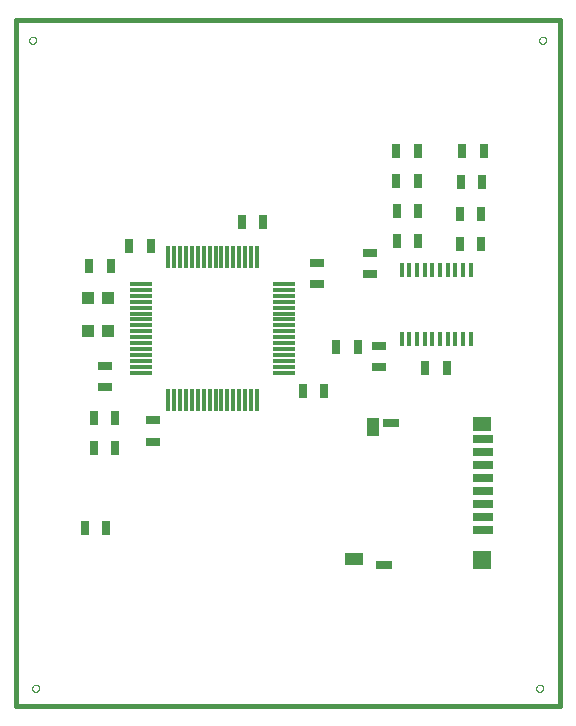
<source format=gbp>
G75*
%MOIN*%
%OFA0B0*%
%FSLAX25Y25*%
%IPPOS*%
%LPD*%
%AMOC8*
5,1,8,0,0,1.08239X$1,22.5*
%
%ADD10C,0.00000*%
%ADD11C,0.01600*%
%ADD12R,0.04724X0.03150*%
%ADD13R,0.03150X0.04724*%
%ADD14R,0.01575X0.04724*%
%ADD15R,0.04331X0.03937*%
%ADD16R,0.06102X0.03937*%
%ADD17R,0.05512X0.03150*%
%ADD18R,0.05906X0.05906*%
%ADD19R,0.06890X0.02756*%
%ADD20R,0.05906X0.05118*%
%ADD21R,0.03937X0.06102*%
%ADD22R,0.01181X0.07724*%
%ADD23R,0.07724X0.01181*%
D10*
X0001900Y0002100D02*
X0001900Y0230801D01*
X0001900Y0231100D02*
X0183071Y0231100D01*
X0183071Y0002100D01*
X0001900Y0002100D01*
X0007219Y0008100D02*
X0007221Y0008169D01*
X0007227Y0008237D01*
X0007237Y0008305D01*
X0007251Y0008372D01*
X0007269Y0008439D01*
X0007290Y0008504D01*
X0007316Y0008568D01*
X0007345Y0008630D01*
X0007377Y0008690D01*
X0007413Y0008749D01*
X0007453Y0008805D01*
X0007495Y0008859D01*
X0007541Y0008910D01*
X0007590Y0008959D01*
X0007641Y0009005D01*
X0007695Y0009047D01*
X0007751Y0009087D01*
X0007809Y0009123D01*
X0007870Y0009155D01*
X0007932Y0009184D01*
X0007996Y0009210D01*
X0008061Y0009231D01*
X0008128Y0009249D01*
X0008195Y0009263D01*
X0008263Y0009273D01*
X0008331Y0009279D01*
X0008400Y0009281D01*
X0008469Y0009279D01*
X0008537Y0009273D01*
X0008605Y0009263D01*
X0008672Y0009249D01*
X0008739Y0009231D01*
X0008804Y0009210D01*
X0008868Y0009184D01*
X0008930Y0009155D01*
X0008990Y0009123D01*
X0009049Y0009087D01*
X0009105Y0009047D01*
X0009159Y0009005D01*
X0009210Y0008959D01*
X0009259Y0008910D01*
X0009305Y0008859D01*
X0009347Y0008805D01*
X0009387Y0008749D01*
X0009423Y0008690D01*
X0009455Y0008630D01*
X0009484Y0008568D01*
X0009510Y0008504D01*
X0009531Y0008439D01*
X0009549Y0008372D01*
X0009563Y0008305D01*
X0009573Y0008237D01*
X0009579Y0008169D01*
X0009581Y0008100D01*
X0009579Y0008031D01*
X0009573Y0007963D01*
X0009563Y0007895D01*
X0009549Y0007828D01*
X0009531Y0007761D01*
X0009510Y0007696D01*
X0009484Y0007632D01*
X0009455Y0007570D01*
X0009423Y0007509D01*
X0009387Y0007451D01*
X0009347Y0007395D01*
X0009305Y0007341D01*
X0009259Y0007290D01*
X0009210Y0007241D01*
X0009159Y0007195D01*
X0009105Y0007153D01*
X0009049Y0007113D01*
X0008991Y0007077D01*
X0008930Y0007045D01*
X0008868Y0007016D01*
X0008804Y0006990D01*
X0008739Y0006969D01*
X0008672Y0006951D01*
X0008605Y0006937D01*
X0008537Y0006927D01*
X0008469Y0006921D01*
X0008400Y0006919D01*
X0008331Y0006921D01*
X0008263Y0006927D01*
X0008195Y0006937D01*
X0008128Y0006951D01*
X0008061Y0006969D01*
X0007996Y0006990D01*
X0007932Y0007016D01*
X0007870Y0007045D01*
X0007809Y0007077D01*
X0007751Y0007113D01*
X0007695Y0007153D01*
X0007641Y0007195D01*
X0007590Y0007241D01*
X0007541Y0007290D01*
X0007495Y0007341D01*
X0007453Y0007395D01*
X0007413Y0007451D01*
X0007377Y0007509D01*
X0007345Y0007570D01*
X0007316Y0007632D01*
X0007290Y0007696D01*
X0007269Y0007761D01*
X0007251Y0007828D01*
X0007237Y0007895D01*
X0007227Y0007963D01*
X0007221Y0008031D01*
X0007219Y0008100D01*
X0175219Y0008100D02*
X0175221Y0008169D01*
X0175227Y0008237D01*
X0175237Y0008305D01*
X0175251Y0008372D01*
X0175269Y0008439D01*
X0175290Y0008504D01*
X0175316Y0008568D01*
X0175345Y0008630D01*
X0175377Y0008690D01*
X0175413Y0008749D01*
X0175453Y0008805D01*
X0175495Y0008859D01*
X0175541Y0008910D01*
X0175590Y0008959D01*
X0175641Y0009005D01*
X0175695Y0009047D01*
X0175751Y0009087D01*
X0175809Y0009123D01*
X0175870Y0009155D01*
X0175932Y0009184D01*
X0175996Y0009210D01*
X0176061Y0009231D01*
X0176128Y0009249D01*
X0176195Y0009263D01*
X0176263Y0009273D01*
X0176331Y0009279D01*
X0176400Y0009281D01*
X0176469Y0009279D01*
X0176537Y0009273D01*
X0176605Y0009263D01*
X0176672Y0009249D01*
X0176739Y0009231D01*
X0176804Y0009210D01*
X0176868Y0009184D01*
X0176930Y0009155D01*
X0176990Y0009123D01*
X0177049Y0009087D01*
X0177105Y0009047D01*
X0177159Y0009005D01*
X0177210Y0008959D01*
X0177259Y0008910D01*
X0177305Y0008859D01*
X0177347Y0008805D01*
X0177387Y0008749D01*
X0177423Y0008690D01*
X0177455Y0008630D01*
X0177484Y0008568D01*
X0177510Y0008504D01*
X0177531Y0008439D01*
X0177549Y0008372D01*
X0177563Y0008305D01*
X0177573Y0008237D01*
X0177579Y0008169D01*
X0177581Y0008100D01*
X0177579Y0008031D01*
X0177573Y0007963D01*
X0177563Y0007895D01*
X0177549Y0007828D01*
X0177531Y0007761D01*
X0177510Y0007696D01*
X0177484Y0007632D01*
X0177455Y0007570D01*
X0177423Y0007509D01*
X0177387Y0007451D01*
X0177347Y0007395D01*
X0177305Y0007341D01*
X0177259Y0007290D01*
X0177210Y0007241D01*
X0177159Y0007195D01*
X0177105Y0007153D01*
X0177049Y0007113D01*
X0176991Y0007077D01*
X0176930Y0007045D01*
X0176868Y0007016D01*
X0176804Y0006990D01*
X0176739Y0006969D01*
X0176672Y0006951D01*
X0176605Y0006937D01*
X0176537Y0006927D01*
X0176469Y0006921D01*
X0176400Y0006919D01*
X0176331Y0006921D01*
X0176263Y0006927D01*
X0176195Y0006937D01*
X0176128Y0006951D01*
X0176061Y0006969D01*
X0175996Y0006990D01*
X0175932Y0007016D01*
X0175870Y0007045D01*
X0175809Y0007077D01*
X0175751Y0007113D01*
X0175695Y0007153D01*
X0175641Y0007195D01*
X0175590Y0007241D01*
X0175541Y0007290D01*
X0175495Y0007341D01*
X0175453Y0007395D01*
X0175413Y0007451D01*
X0175377Y0007509D01*
X0175345Y0007570D01*
X0175316Y0007632D01*
X0175290Y0007696D01*
X0175269Y0007761D01*
X0175251Y0007828D01*
X0175237Y0007895D01*
X0175227Y0007963D01*
X0175221Y0008031D01*
X0175219Y0008100D01*
X0176219Y0224100D02*
X0176221Y0224169D01*
X0176227Y0224237D01*
X0176237Y0224305D01*
X0176251Y0224372D01*
X0176269Y0224439D01*
X0176290Y0224504D01*
X0176316Y0224568D01*
X0176345Y0224630D01*
X0176377Y0224690D01*
X0176413Y0224749D01*
X0176453Y0224805D01*
X0176495Y0224859D01*
X0176541Y0224910D01*
X0176590Y0224959D01*
X0176641Y0225005D01*
X0176695Y0225047D01*
X0176751Y0225087D01*
X0176809Y0225123D01*
X0176870Y0225155D01*
X0176932Y0225184D01*
X0176996Y0225210D01*
X0177061Y0225231D01*
X0177128Y0225249D01*
X0177195Y0225263D01*
X0177263Y0225273D01*
X0177331Y0225279D01*
X0177400Y0225281D01*
X0177469Y0225279D01*
X0177537Y0225273D01*
X0177605Y0225263D01*
X0177672Y0225249D01*
X0177739Y0225231D01*
X0177804Y0225210D01*
X0177868Y0225184D01*
X0177930Y0225155D01*
X0177990Y0225123D01*
X0178049Y0225087D01*
X0178105Y0225047D01*
X0178159Y0225005D01*
X0178210Y0224959D01*
X0178259Y0224910D01*
X0178305Y0224859D01*
X0178347Y0224805D01*
X0178387Y0224749D01*
X0178423Y0224690D01*
X0178455Y0224630D01*
X0178484Y0224568D01*
X0178510Y0224504D01*
X0178531Y0224439D01*
X0178549Y0224372D01*
X0178563Y0224305D01*
X0178573Y0224237D01*
X0178579Y0224169D01*
X0178581Y0224100D01*
X0178579Y0224031D01*
X0178573Y0223963D01*
X0178563Y0223895D01*
X0178549Y0223828D01*
X0178531Y0223761D01*
X0178510Y0223696D01*
X0178484Y0223632D01*
X0178455Y0223570D01*
X0178423Y0223509D01*
X0178387Y0223451D01*
X0178347Y0223395D01*
X0178305Y0223341D01*
X0178259Y0223290D01*
X0178210Y0223241D01*
X0178159Y0223195D01*
X0178105Y0223153D01*
X0178049Y0223113D01*
X0177991Y0223077D01*
X0177930Y0223045D01*
X0177868Y0223016D01*
X0177804Y0222990D01*
X0177739Y0222969D01*
X0177672Y0222951D01*
X0177605Y0222937D01*
X0177537Y0222927D01*
X0177469Y0222921D01*
X0177400Y0222919D01*
X0177331Y0222921D01*
X0177263Y0222927D01*
X0177195Y0222937D01*
X0177128Y0222951D01*
X0177061Y0222969D01*
X0176996Y0222990D01*
X0176932Y0223016D01*
X0176870Y0223045D01*
X0176809Y0223077D01*
X0176751Y0223113D01*
X0176695Y0223153D01*
X0176641Y0223195D01*
X0176590Y0223241D01*
X0176541Y0223290D01*
X0176495Y0223341D01*
X0176453Y0223395D01*
X0176413Y0223451D01*
X0176377Y0223509D01*
X0176345Y0223570D01*
X0176316Y0223632D01*
X0176290Y0223696D01*
X0176269Y0223761D01*
X0176251Y0223828D01*
X0176237Y0223895D01*
X0176227Y0223963D01*
X0176221Y0224031D01*
X0176219Y0224100D01*
X0006219Y0224100D02*
X0006221Y0224169D01*
X0006227Y0224237D01*
X0006237Y0224305D01*
X0006251Y0224372D01*
X0006269Y0224439D01*
X0006290Y0224504D01*
X0006316Y0224568D01*
X0006345Y0224630D01*
X0006377Y0224690D01*
X0006413Y0224749D01*
X0006453Y0224805D01*
X0006495Y0224859D01*
X0006541Y0224910D01*
X0006590Y0224959D01*
X0006641Y0225005D01*
X0006695Y0225047D01*
X0006751Y0225087D01*
X0006809Y0225123D01*
X0006870Y0225155D01*
X0006932Y0225184D01*
X0006996Y0225210D01*
X0007061Y0225231D01*
X0007128Y0225249D01*
X0007195Y0225263D01*
X0007263Y0225273D01*
X0007331Y0225279D01*
X0007400Y0225281D01*
X0007469Y0225279D01*
X0007537Y0225273D01*
X0007605Y0225263D01*
X0007672Y0225249D01*
X0007739Y0225231D01*
X0007804Y0225210D01*
X0007868Y0225184D01*
X0007930Y0225155D01*
X0007990Y0225123D01*
X0008049Y0225087D01*
X0008105Y0225047D01*
X0008159Y0225005D01*
X0008210Y0224959D01*
X0008259Y0224910D01*
X0008305Y0224859D01*
X0008347Y0224805D01*
X0008387Y0224749D01*
X0008423Y0224690D01*
X0008455Y0224630D01*
X0008484Y0224568D01*
X0008510Y0224504D01*
X0008531Y0224439D01*
X0008549Y0224372D01*
X0008563Y0224305D01*
X0008573Y0224237D01*
X0008579Y0224169D01*
X0008581Y0224100D01*
X0008579Y0224031D01*
X0008573Y0223963D01*
X0008563Y0223895D01*
X0008549Y0223828D01*
X0008531Y0223761D01*
X0008510Y0223696D01*
X0008484Y0223632D01*
X0008455Y0223570D01*
X0008423Y0223509D01*
X0008387Y0223451D01*
X0008347Y0223395D01*
X0008305Y0223341D01*
X0008259Y0223290D01*
X0008210Y0223241D01*
X0008159Y0223195D01*
X0008105Y0223153D01*
X0008049Y0223113D01*
X0007991Y0223077D01*
X0007930Y0223045D01*
X0007868Y0223016D01*
X0007804Y0222990D01*
X0007739Y0222969D01*
X0007672Y0222951D01*
X0007605Y0222937D01*
X0007537Y0222927D01*
X0007469Y0222921D01*
X0007400Y0222919D01*
X0007331Y0222921D01*
X0007263Y0222927D01*
X0007195Y0222937D01*
X0007128Y0222951D01*
X0007061Y0222969D01*
X0006996Y0222990D01*
X0006932Y0223016D01*
X0006870Y0223045D01*
X0006809Y0223077D01*
X0006751Y0223113D01*
X0006695Y0223153D01*
X0006641Y0223195D01*
X0006590Y0223241D01*
X0006541Y0223290D01*
X0006495Y0223341D01*
X0006453Y0223395D01*
X0006413Y0223451D01*
X0006377Y0223509D01*
X0006345Y0223570D01*
X0006316Y0223632D01*
X0006290Y0223696D01*
X0006269Y0223761D01*
X0006251Y0223828D01*
X0006237Y0223895D01*
X0006227Y0223963D01*
X0006221Y0224031D01*
X0006219Y0224100D01*
D11*
X0001900Y0230900D02*
X0001900Y0002100D01*
X0183200Y0002100D01*
X0183200Y0230900D01*
X0001900Y0230900D01*
D12*
X0031400Y0115643D03*
X0031400Y0108557D03*
X0047400Y0097393D03*
X0047400Y0090307D03*
X0102050Y0142857D03*
X0102050Y0149943D03*
X0119900Y0153143D03*
X0119900Y0146057D03*
X0122900Y0122143D03*
X0122900Y0115057D03*
D13*
X0115743Y0121750D03*
X0108657Y0121750D03*
X0104643Y0107300D03*
X0097557Y0107300D03*
X0128857Y0157100D03*
X0135943Y0157100D03*
X0135943Y0167100D03*
X0128857Y0167100D03*
X0128607Y0177350D03*
X0135693Y0177350D03*
X0135693Y0187350D03*
X0128607Y0187350D03*
X0149857Y0166100D03*
X0156943Y0166100D03*
X0157193Y0176850D03*
X0150107Y0176850D03*
X0150607Y0187350D03*
X0157693Y0187350D03*
X0156943Y0156100D03*
X0149857Y0156100D03*
X0145443Y0114850D03*
X0138357Y0114850D03*
X0084243Y0163450D03*
X0077157Y0163450D03*
X0046693Y0155600D03*
X0039607Y0155600D03*
X0033443Y0148850D03*
X0026357Y0148850D03*
X0027857Y0098100D03*
X0034943Y0098100D03*
X0034943Y0088100D03*
X0027857Y0088100D03*
X0024757Y0061700D03*
X0031843Y0061700D03*
D14*
X0130384Y0124683D03*
X0132943Y0124683D03*
X0135502Y0124683D03*
X0138061Y0124683D03*
X0140620Y0124683D03*
X0143180Y0124683D03*
X0145739Y0124683D03*
X0148298Y0124683D03*
X0150857Y0124683D03*
X0153416Y0124683D03*
X0153416Y0147517D03*
X0150857Y0147517D03*
X0148298Y0147517D03*
X0145739Y0147517D03*
X0143180Y0147517D03*
X0140620Y0147517D03*
X0138061Y0147517D03*
X0135502Y0147517D03*
X0132943Y0147517D03*
X0130384Y0147517D03*
D15*
X0032446Y0138100D03*
X0025754Y0138100D03*
X0025754Y0127100D03*
X0032446Y0127100D03*
D16*
X0114601Y0051067D03*
D17*
X0124365Y0049334D03*
X0126884Y0096421D03*
D18*
X0157042Y0050830D03*
D19*
X0157632Y0060712D03*
X0157593Y0065082D03*
X0157593Y0069413D03*
X0157593Y0073744D03*
X0157593Y0078074D03*
X0157593Y0082405D03*
X0157593Y0086736D03*
X0157593Y0091067D03*
D20*
X0157081Y0096106D03*
D21*
X0120861Y0095122D03*
D22*
X0082164Y0104281D03*
X0080195Y0104281D03*
X0078227Y0104281D03*
X0076258Y0104281D03*
X0074290Y0104281D03*
X0072321Y0104281D03*
X0070353Y0104281D03*
X0068384Y0104281D03*
X0066416Y0104281D03*
X0064447Y0104281D03*
X0062479Y0104281D03*
X0060510Y0104281D03*
X0058542Y0104281D03*
X0056573Y0104281D03*
X0054605Y0104281D03*
X0052636Y0104281D03*
X0052636Y0151919D03*
X0054605Y0151919D03*
X0056573Y0151919D03*
X0058542Y0151919D03*
X0060510Y0151919D03*
X0062479Y0151919D03*
X0064447Y0151919D03*
X0066416Y0151919D03*
X0068384Y0151919D03*
X0070353Y0151919D03*
X0072321Y0151919D03*
X0074290Y0151919D03*
X0076258Y0151919D03*
X0078227Y0151919D03*
X0080195Y0151919D03*
X0082164Y0151919D03*
D23*
X0091219Y0142864D03*
X0091219Y0140895D03*
X0091219Y0138927D03*
X0091219Y0136958D03*
X0091219Y0134990D03*
X0091219Y0133021D03*
X0091219Y0131053D03*
X0091219Y0129084D03*
X0091219Y0127116D03*
X0091219Y0125147D03*
X0091219Y0123179D03*
X0091219Y0121210D03*
X0091219Y0119242D03*
X0091219Y0117273D03*
X0091219Y0115305D03*
X0091219Y0113336D03*
X0043581Y0113336D03*
X0043581Y0115305D03*
X0043581Y0117273D03*
X0043581Y0119242D03*
X0043581Y0121210D03*
X0043581Y0123179D03*
X0043581Y0125147D03*
X0043581Y0127116D03*
X0043581Y0129084D03*
X0043581Y0131053D03*
X0043581Y0133021D03*
X0043581Y0134990D03*
X0043581Y0136958D03*
X0043581Y0138927D03*
X0043581Y0140895D03*
X0043581Y0142864D03*
M02*

</source>
